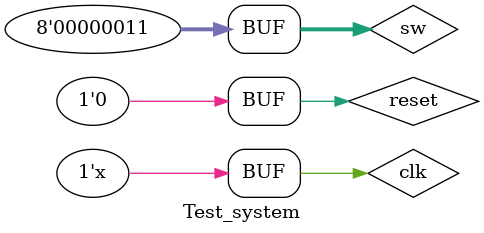
<source format=v>
`timescale 1ns / 1ps


module Test_system;

	// Inputs
	reg clk;
	reg reset;
	reg [7:0] sw;

	// Outputs
	wire hsync;
	wire vsync;
	wire [7:0] rgb;
	wire [7:0] led;

	// Instantiate the Unit Under Test (UUT)
	vga_test uut (
		.clk(clk), 
		.reset(reset), 
		.sw(sw), 
		.hsync(hsync), 
		.vsync(vsync), 
		.rgb(rgb), 
		.led(led)
	);
	always begin #50 clk = ~clk; end
	initial begin
		// Initialize Inputs
		clk = 0;
		reset = 1;
		sw = 1;

		// Wait 100 ns for global reset to finish
		#100;
		reset = 0;
        
		// Add stimulus here
		sw = 1; #550 sw = 2; #550 sw = 3; 
	end
      
endmodule


</source>
